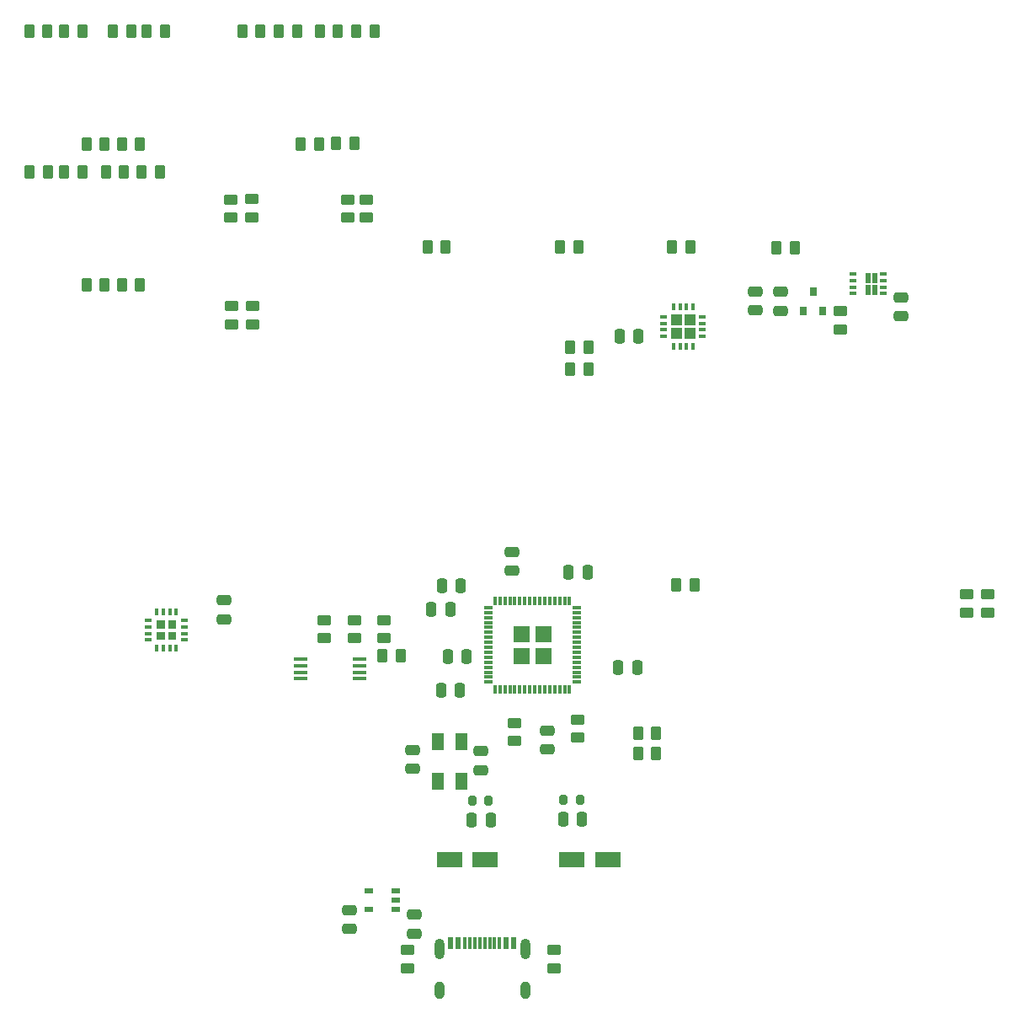
<source format=gbr>
%TF.GenerationSoftware,KiCad,Pcbnew,8.0.0*%
%TF.CreationDate,2024-03-20T15:43:41-04:00*%
%TF.ProjectId,bitcrane,62697463-7261-46e6-952e-6b696361645f,rev?*%
%TF.SameCoordinates,Original*%
%TF.FileFunction,Paste,Top*%
%TF.FilePolarity,Positive*%
%FSLAX46Y46*%
G04 Gerber Fmt 4.6, Leading zero omitted, Abs format (unit mm)*
G04 Created by KiCad (PCBNEW 8.0.0) date 2024-03-20 15:43:41*
%MOMM*%
%LPD*%
G01*
G04 APERTURE LIST*
G04 Aperture macros list*
%AMRoundRect*
0 Rectangle with rounded corners*
0 $1 Rounding radius*
0 $2 $3 $4 $5 $6 $7 $8 $9 X,Y pos of 4 corners*
0 Add a 4 corners polygon primitive as box body*
4,1,4,$2,$3,$4,$5,$6,$7,$8,$9,$2,$3,0*
0 Add four circle primitives for the rounded corners*
1,1,$1+$1,$2,$3*
1,1,$1+$1,$4,$5*
1,1,$1+$1,$6,$7*
1,1,$1+$1,$8,$9*
0 Add four rect primitives between the rounded corners*
20,1,$1+$1,$2,$3,$4,$5,0*
20,1,$1+$1,$4,$5,$6,$7,0*
20,1,$1+$1,$6,$7,$8,$9,0*
20,1,$1+$1,$8,$9,$2,$3,0*%
G04 Aperture macros list end*
%ADD10C,0.010000*%
%ADD11C,0.000000*%
%ADD12RoundRect,0.250000X-0.450000X0.262500X-0.450000X-0.262500X0.450000X-0.262500X0.450000X0.262500X0*%
%ADD13RoundRect,0.250000X-0.262500X-0.450000X0.262500X-0.450000X0.262500X0.450000X-0.262500X0.450000X0*%
%ADD14RoundRect,0.250000X0.262500X0.450000X-0.262500X0.450000X-0.262500X-0.450000X0.262500X-0.450000X0*%
%ADD15RoundRect,0.250000X-0.475000X0.250000X-0.475000X-0.250000X0.475000X-0.250000X0.475000X0.250000X0*%
%ADD16R,0.952500X0.558800*%
%ADD17RoundRect,0.250000X-0.250000X-0.475000X0.250000X-0.475000X0.250000X0.475000X-0.250000X0.475000X0*%
%ADD18RoundRect,0.250000X0.250000X0.475000X-0.250000X0.475000X-0.250000X-0.475000X0.250000X-0.475000X0*%
%ADD19RoundRect,0.250000X0.450000X-0.262500X0.450000X0.262500X-0.450000X0.262500X-0.450000X-0.262500X0*%
%ADD20RoundRect,0.250000X0.475000X-0.250000X0.475000X0.250000X-0.475000X0.250000X-0.475000X-0.250000X0*%
%ADD21R,0.600000X1.000000*%
%ADD22R,0.700000X0.420000*%
%ADD23R,0.800000X0.900000*%
%ADD24R,0.600000X1.150000*%
%ADD25R,0.300000X1.150000*%
%ADD26O,1.000000X2.100000*%
%ADD27O,1.000000X1.800000*%
%ADD28RoundRect,0.250000X-1.050000X-0.550000X1.050000X-0.550000X1.050000X0.550000X-1.050000X0.550000X0*%
%ADD29RoundRect,0.250000X1.050000X0.550000X-1.050000X0.550000X-1.050000X-0.550000X1.050000X-0.550000X0*%
%ADD30RoundRect,0.200000X0.200000X0.275000X-0.200000X0.275000X-0.200000X-0.275000X0.200000X-0.275000X0*%
%ADD31R,1.200000X1.800000*%
%ADD32R,1.473200X0.355600*%
%ADD33RoundRect,0.050000X-0.102500X-0.325000X0.102500X-0.325000X0.102500X0.325000X-0.102500X0.325000X0*%
%ADD34RoundRect,0.050000X-0.325000X0.102500X-0.325000X-0.102500X0.325000X-0.102500X0.325000X0.102500X0*%
%ADD35RoundRect,0.018900X0.116100X-0.391100X0.116100X0.391100X-0.116100X0.391100X-0.116100X-0.391100X0*%
%ADD36RoundRect,0.018900X0.391100X0.116100X-0.391100X0.116100X-0.391100X-0.116100X0.391100X-0.116100X0*%
%ADD37RoundRect,0.018900X-0.116100X0.391100X-0.116100X-0.391100X0.116100X-0.391100X0.116100X0.391100X0*%
%ADD38RoundRect,0.018900X-0.391100X-0.116100X0.391100X-0.116100X0.391100X0.116100X-0.391100X0.116100X0*%
%ADD39RoundRect,0.200000X-0.200000X-0.275000X0.200000X-0.275000X0.200000X0.275000X-0.200000X0.275000X0*%
%ADD40R,0.711200X0.304800*%
%ADD41R,0.304800X0.711200*%
G04 APERTURE END LIST*
%TO.C,U5*%
G36*
X80345000Y-94705000D02*
G01*
X79515000Y-94705000D01*
X79515000Y-95535000D01*
X80345000Y-95535000D01*
X80345000Y-94705000D01*
G37*
G36*
X79205000Y-94710000D02*
G01*
X78375000Y-94710000D01*
X78375000Y-95540000D01*
X79205000Y-95540000D01*
X79205000Y-94710000D01*
G37*
G36*
X80345000Y-95850000D02*
G01*
X79515000Y-95850000D01*
X79515000Y-96680000D01*
X80345000Y-96680000D01*
X80345000Y-95850000D01*
G37*
G36*
X79205000Y-95850000D02*
G01*
X78375000Y-95850000D01*
X78375000Y-96680000D01*
X79205000Y-96680000D01*
X79205000Y-95850000D01*
G37*
D10*
%TO.C,U1*%
X115815000Y-99030000D02*
X114275000Y-99030000D01*
X114275000Y-97490000D01*
X115815000Y-97490000D01*
X115815000Y-99030000D01*
G36*
X115815000Y-99030000D02*
G01*
X114275000Y-99030000D01*
X114275000Y-97490000D01*
X115815000Y-97490000D01*
X115815000Y-99030000D01*
G37*
X117995000Y-99030000D02*
X116455000Y-99030000D01*
X116455000Y-97490000D01*
X117995000Y-97490000D01*
X117995000Y-99030000D01*
G36*
X117995000Y-99030000D02*
G01*
X116455000Y-99030000D01*
X116455000Y-97490000D01*
X117995000Y-97490000D01*
X117995000Y-99030000D01*
G37*
X115815000Y-96850000D02*
X114275000Y-96850000D01*
X114275000Y-95310000D01*
X115815000Y-95310000D01*
X115815000Y-96850000D01*
G36*
X115815000Y-96850000D02*
G01*
X114275000Y-96850000D01*
X114275000Y-95310000D01*
X115815000Y-95310000D01*
X115815000Y-96850000D01*
G37*
X117995000Y-96850000D02*
X116455000Y-96850000D01*
X116455000Y-95310000D01*
X117995000Y-95310000D01*
X117995000Y-96850000D01*
G36*
X117995000Y-96850000D02*
G01*
X116455000Y-96850000D01*
X116455000Y-95310000D01*
X117995000Y-95310000D01*
X117995000Y-96850000D01*
G37*
D11*
%TO.C,U4*%
G36*
X131210000Y-65100000D02*
G01*
X130063800Y-65100000D01*
X130063800Y-63953800D01*
X131210000Y-63953800D01*
X131210000Y-65100000D01*
G37*
G36*
X131210000Y-66446200D02*
G01*
X130063800Y-66446200D01*
X130063800Y-65300000D01*
X131210000Y-65300000D01*
X131210000Y-66446200D01*
G37*
G36*
X132556200Y-65100000D02*
G01*
X131410000Y-65100000D01*
X131410000Y-63953800D01*
X132556200Y-63953800D01*
X132556200Y-65100000D01*
G37*
G36*
X132556200Y-66446200D02*
G01*
X131410000Y-66446200D01*
X131410000Y-65300000D01*
X132556200Y-65300000D01*
X132556200Y-66446200D01*
G37*
%TD*%
D12*
%TO.C,R42*%
X97560000Y-52422500D03*
X97560000Y-54247500D03*
%TD*%
D13*
%TO.C,R20*%
X126777500Y-108120000D03*
X128602500Y-108120000D03*
%TD*%
%TO.C,R1*%
X71297500Y-46830000D03*
X73122500Y-46830000D03*
%TD*%
%TO.C,R21*%
X126760000Y-106060000D03*
X128585000Y-106060000D03*
%TD*%
%TO.C,R16*%
X118927500Y-57170000D03*
X120752500Y-57170000D03*
%TD*%
%TO.C,R28*%
X69090000Y-49650000D03*
X70915000Y-49650000D03*
%TD*%
D12*
%TO.C,R41*%
X99480000Y-52420000D03*
X99480000Y-54245000D03*
%TD*%
D14*
%TO.C,R26*%
X96592500Y-35500000D03*
X94767500Y-35500000D03*
%TD*%
%TO.C,R31*%
X98255000Y-46800000D03*
X96430000Y-46800000D03*
%TD*%
D12*
%TO.C,R43*%
X87980000Y-63127500D03*
X87980000Y-64952500D03*
%TD*%
D15*
%TO.C,C10*%
X117640000Y-105780000D03*
X117640000Y-107680000D03*
%TD*%
D12*
%TO.C,R45*%
X159810000Y-92097500D03*
X159810000Y-93922500D03*
%TD*%
D14*
%TO.C,R37*%
X100252500Y-35500000D03*
X98427500Y-35500000D03*
%TD*%
D16*
%TO.C,U2*%
X102418950Y-123724800D03*
X102418950Y-122785000D03*
X102418950Y-121845200D03*
X99663050Y-121845200D03*
X99663050Y-123724800D03*
%TD*%
D14*
%TO.C,R29*%
X75102500Y-49650000D03*
X73277500Y-49650000D03*
%TD*%
D17*
%TO.C,C11*%
X119780000Y-89840000D03*
X121680000Y-89840000D03*
%TD*%
D13*
%TO.C,R32*%
X71297500Y-61020000D03*
X73122500Y-61020000D03*
%TD*%
D14*
%TO.C,R27*%
X76702500Y-61020000D03*
X74877500Y-61020000D03*
%TD*%
D18*
%TO.C,C13*%
X109540000Y-98330000D03*
X107640000Y-98330000D03*
%TD*%
D19*
%TO.C,R11*%
X120670000Y-106502500D03*
X120670000Y-104677500D03*
%TD*%
D20*
%TO.C,C2*%
X111000000Y-109740000D03*
X111000000Y-107840000D03*
%TD*%
D19*
%TO.C,R8*%
X98276000Y-96508500D03*
X98276000Y-94683500D03*
%TD*%
D21*
%TO.C,Q1*%
X149910000Y-60350000D03*
X149910000Y-61480000D03*
X150620000Y-60350000D03*
X150620000Y-61480000D03*
D22*
X151390000Y-59940000D03*
X151390000Y-60590000D03*
X151390000Y-61240000D03*
X151390000Y-61890000D03*
X148390000Y-59940000D03*
X148390000Y-60590000D03*
X148390000Y-61240000D03*
X148390000Y-61890000D03*
%TD*%
D14*
%TO.C,R18*%
X121782500Y-69500000D03*
X119957500Y-69500000D03*
%TD*%
D12*
%TO.C,R46*%
X161890000Y-92117500D03*
X161890000Y-93942500D03*
%TD*%
D18*
%TO.C,C9*%
X108850000Y-101720000D03*
X106950000Y-101720000D03*
%TD*%
D23*
%TO.C,D1*%
X143430000Y-63660000D03*
X145330000Y-63660000D03*
X144380000Y-61660000D03*
%TD*%
D15*
%TO.C,C8*%
X97750000Y-123810000D03*
X97750000Y-125710000D03*
%TD*%
D24*
%TO.C,J8*%
X107900000Y-127155000D03*
X108700000Y-127155000D03*
D25*
X109850000Y-127155000D03*
X110850000Y-127155000D03*
X111350000Y-127155000D03*
X112350000Y-127155000D03*
D24*
X113500000Y-127155000D03*
X114300000Y-127155000D03*
X114300000Y-127155000D03*
X113500000Y-127155000D03*
D25*
X112850000Y-127155000D03*
X111850000Y-127155000D03*
X110350000Y-127155000D03*
X109350000Y-127155000D03*
D24*
X108700000Y-127155000D03*
X107900000Y-127155000D03*
D26*
X106780000Y-127730000D03*
D27*
X106780000Y-131910000D03*
D26*
X115420000Y-127730000D03*
D27*
X115420000Y-131910000D03*
%TD*%
D12*
%TO.C,R39*%
X87890000Y-52407500D03*
X87890000Y-54232500D03*
%TD*%
D28*
%TO.C,C19*%
X120110000Y-118760000D03*
X123710000Y-118760000D03*
%TD*%
D13*
%TO.C,R2*%
X69047500Y-35500000D03*
X70872500Y-35500000D03*
%TD*%
%TO.C,R33*%
X65600000Y-49690000D03*
X67425000Y-49690000D03*
%TD*%
D29*
%TO.C,C18*%
X111398000Y-118784000D03*
X107798000Y-118784000D03*
%TD*%
D19*
%TO.C,R12*%
X114370000Y-106842500D03*
X114370000Y-105017500D03*
%TD*%
D12*
%TO.C,R44*%
X85890000Y-63130000D03*
X85890000Y-64955000D03*
%TD*%
D18*
%TO.C,C6*%
X108940000Y-91200000D03*
X107040000Y-91200000D03*
%TD*%
D17*
%TO.C,C17*%
X119240000Y-114670000D03*
X121140000Y-114670000D03*
%TD*%
D12*
%TO.C,R10*%
X147130000Y-63667500D03*
X147130000Y-65492500D03*
%TD*%
D18*
%TO.C,C16*%
X111960000Y-114780000D03*
X110060000Y-114780000D03*
%TD*%
D13*
%TO.C,R25*%
X90670000Y-35500000D03*
X92495000Y-35500000D03*
%TD*%
D30*
%TO.C,FB1*%
X120945000Y-112730000D03*
X119295000Y-112730000D03*
%TD*%
D20*
%TO.C,C14*%
X114080000Y-89730000D03*
X114080000Y-87830000D03*
%TD*%
D13*
%TO.C,R15*%
X105587500Y-57170000D03*
X107412500Y-57170000D03*
%TD*%
D15*
%TO.C,C7*%
X104280000Y-124270000D03*
X104280000Y-126170000D03*
%TD*%
D14*
%TO.C,R36*%
X79195000Y-35500000D03*
X77370000Y-35500000D03*
%TD*%
D13*
%TO.C,R35*%
X65567500Y-35500000D03*
X67392500Y-35500000D03*
%TD*%
D31*
%TO.C,Y1*%
X106630000Y-106910000D03*
X106630000Y-110910000D03*
X109030000Y-110910000D03*
X109030000Y-106910000D03*
%TD*%
D15*
%TO.C,C1*%
X104080000Y-107710000D03*
X104080000Y-109610000D03*
%TD*%
D20*
%TO.C,C21*%
X85120000Y-94610000D03*
X85120000Y-92710000D03*
%TD*%
D12*
%TO.C,R40*%
X85830000Y-52420000D03*
X85830000Y-54245000D03*
%TD*%
%TO.C,R5*%
X118360000Y-127837500D03*
X118360000Y-129662500D03*
%TD*%
D32*
%TO.C,U3*%
X98740000Y-100580000D03*
X98740000Y-99930002D03*
X98740000Y-99280000D03*
X98740000Y-98630002D03*
X92847200Y-98630002D03*
X92847200Y-99280000D03*
X92847200Y-99930002D03*
X92847200Y-100580000D03*
%TD*%
D19*
%TO.C,R9*%
X101219000Y-96491500D03*
X101219000Y-94666500D03*
%TD*%
D14*
%TO.C,R6*%
X102892500Y-98230000D03*
X101067500Y-98230000D03*
%TD*%
%TO.C,R17*%
X121782500Y-67310000D03*
X119957500Y-67310000D03*
%TD*%
D13*
%TO.C,R14*%
X130217500Y-57180000D03*
X132042500Y-57180000D03*
%TD*%
D15*
%TO.C,C3*%
X153190000Y-62240000D03*
X153190000Y-64140000D03*
%TD*%
D33*
%TO.C,U5*%
X80330000Y-93870000D03*
X79680000Y-93870000D03*
X79030000Y-93870000D03*
X78380000Y-93870000D03*
D34*
X77530000Y-94720000D03*
X77530000Y-95370000D03*
X77530000Y-96020000D03*
X77530000Y-96670000D03*
D33*
X78380000Y-97520000D03*
X79030000Y-97520000D03*
X79680000Y-97520000D03*
X80330000Y-97520000D03*
D34*
X81180000Y-96670000D03*
X81180000Y-96020000D03*
X81180000Y-95370000D03*
X81180000Y-94720000D03*
%TD*%
D13*
%TO.C,R34*%
X86970000Y-35500000D03*
X88795000Y-35500000D03*
%TD*%
D35*
%TO.C,U1*%
X112385000Y-101615000D03*
X112885000Y-101615000D03*
X113385000Y-101615000D03*
X113885000Y-101615000D03*
X114385000Y-101615000D03*
X114885000Y-101615000D03*
X115385000Y-101615000D03*
X115885000Y-101615000D03*
X116385000Y-101615000D03*
X116885000Y-101615000D03*
X117385000Y-101615000D03*
X117885000Y-101615000D03*
X118385000Y-101615000D03*
X118885000Y-101615000D03*
X119385000Y-101615000D03*
X119885000Y-101615000D03*
D36*
X120580000Y-100920000D03*
X120580000Y-100420000D03*
X120580000Y-99920000D03*
X120580000Y-99420000D03*
X120580000Y-98920000D03*
X120580000Y-98420000D03*
X120580000Y-97920000D03*
X120580000Y-97420000D03*
X120580000Y-96920000D03*
X120580000Y-96420000D03*
X120580000Y-95920000D03*
X120580000Y-95420000D03*
X120580000Y-94920000D03*
X120580000Y-94420000D03*
X120580000Y-93920000D03*
X120580000Y-93420000D03*
D37*
X119885000Y-92725000D03*
X119385000Y-92725000D03*
X118885000Y-92725000D03*
X118385000Y-92725000D03*
X117885000Y-92725000D03*
X117385000Y-92725000D03*
X116885000Y-92725000D03*
X116385000Y-92725000D03*
X115885000Y-92725000D03*
X115385000Y-92725000D03*
X114885000Y-92725000D03*
X114385000Y-92725000D03*
X113885000Y-92725000D03*
X113385000Y-92725000D03*
X112885000Y-92725000D03*
X112385000Y-92725000D03*
D38*
X111690000Y-93420000D03*
X111690000Y-93920000D03*
X111690000Y-94420000D03*
X111690000Y-94920000D03*
X111690000Y-95420000D03*
X111690000Y-95920000D03*
X111690000Y-96420000D03*
X111690000Y-96920000D03*
X111690000Y-97420000D03*
X111690000Y-97920000D03*
X111690000Y-98420000D03*
X111690000Y-98920000D03*
X111690000Y-99420000D03*
X111690000Y-99920000D03*
X111690000Y-100420000D03*
X111690000Y-100920000D03*
%TD*%
D15*
%TO.C,C4*%
X141060000Y-61700000D03*
X141060000Y-63600000D03*
%TD*%
D13*
%TO.C,R19*%
X130607500Y-91170000D03*
X132432500Y-91170000D03*
%TD*%
D19*
%TO.C,R7*%
X95180000Y-96508500D03*
X95180000Y-94683500D03*
%TD*%
D18*
%TO.C,C20*%
X126820000Y-66140000D03*
X124920000Y-66140000D03*
%TD*%
D12*
%TO.C,R4*%
X103570000Y-127817500D03*
X103570000Y-129642500D03*
%TD*%
D14*
%TO.C,R3*%
X75785000Y-35500000D03*
X73960000Y-35500000D03*
%TD*%
%TO.C,R30*%
X76702500Y-46830000D03*
X74877500Y-46830000D03*
%TD*%
D13*
%TO.C,R13*%
X140687500Y-57270000D03*
X142512500Y-57270000D03*
%TD*%
D15*
%TO.C,C5*%
X138530000Y-61680000D03*
X138530000Y-63580000D03*
%TD*%
D14*
%TO.C,R38*%
X78682500Y-49650000D03*
X76857500Y-49650000D03*
%TD*%
D13*
%TO.C,R24*%
X92880000Y-46830000D03*
X94705000Y-46830000D03*
%TD*%
D39*
%TO.C,FB2*%
X110105000Y-112810000D03*
X111755000Y-112810000D03*
%TD*%
D18*
%TO.C,C12*%
X107890000Y-93590000D03*
X105990000Y-93590000D03*
%TD*%
D17*
%TO.C,C15*%
X124786000Y-99424000D03*
X126686000Y-99424000D03*
%TD*%
D40*
%TO.C,U4*%
X129360799Y-64225001D03*
X129360799Y-64874999D03*
X129360799Y-65525001D03*
X129360799Y-66174999D03*
D41*
X130335001Y-67149201D03*
X130984999Y-67149201D03*
X131635001Y-67149201D03*
X132284999Y-67149201D03*
D40*
X133259201Y-66174999D03*
X133259201Y-65525001D03*
X133259201Y-64874999D03*
X133259201Y-64225001D03*
D41*
X132284999Y-63250799D03*
X131635001Y-63250799D03*
X130984999Y-63250799D03*
X130335001Y-63250799D03*
%TD*%
M02*

</source>
